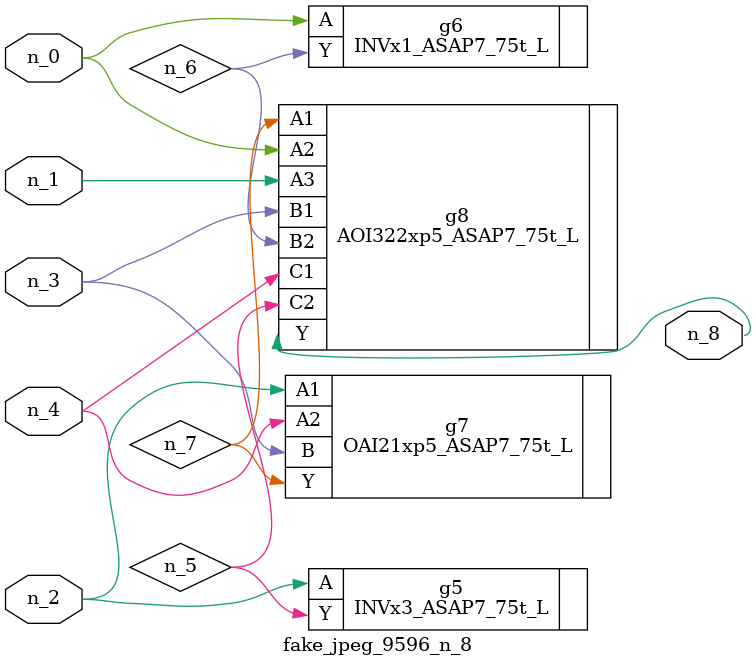
<source format=v>
module fake_jpeg_9596_n_8 (n_3, n_2, n_1, n_0, n_4, n_8);

input n_3;
input n_2;
input n_1;
input n_0;
input n_4;

output n_8;

wire n_6;
wire n_5;
wire n_7;

INVx3_ASAP7_75t_L g5 ( 
.A(n_2),
.Y(n_5)
);

INVx1_ASAP7_75t_L g6 ( 
.A(n_0),
.Y(n_6)
);

OAI21xp5_ASAP7_75t_L g7 ( 
.A1(n_2),
.A2(n_4),
.B(n_3),
.Y(n_7)
);

AOI322xp5_ASAP7_75t_L g8 ( 
.A1(n_7),
.A2(n_0),
.A3(n_1),
.B1(n_3),
.B2(n_6),
.C1(n_4),
.C2(n_5),
.Y(n_8)
);


endmodule
</source>
